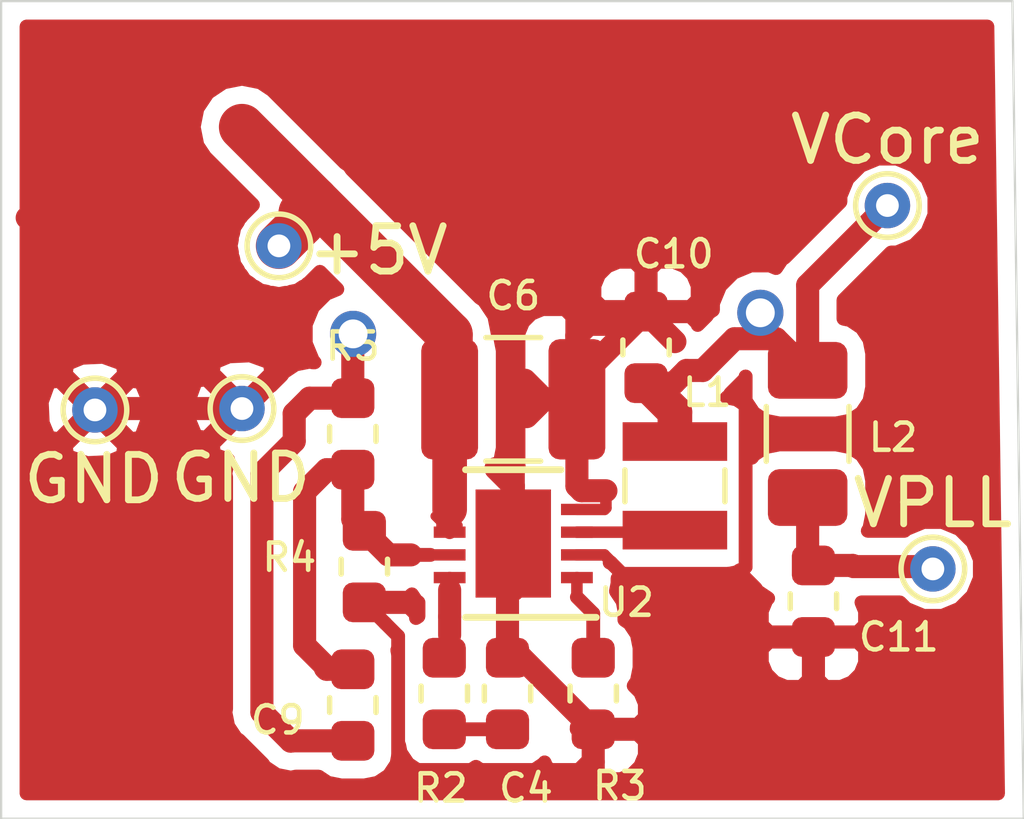
<source format=kicad_pcb>
(kicad_pcb (version 20171130) (host pcbnew 5.0.2-bee76a0~70~ubuntu18.04.1)

  (general
    (thickness 1.6)
    (drawings 4)
    (tracks 135)
    (zones 0)
    (modules 17)
    (nets 10)
  )

  (page A4)
  (layers
    (0 F.Cu signal)
    (1 In1.Cu signal hide)
    (2 In2.Cu signal hide)
    (31 B.Cu signal hide)
    (33 F.Adhes user hide)
    (35 F.Paste user hide)
    (37 F.SilkS user)
    (38 B.Mask user)
    (39 F.Mask user)
    (40 Dwgs.User user)
    (41 Cmts.User user)
    (42 Eco1.User user)
    (43 Eco2.User user)
    (44 Edge.Cuts user)
    (45 Margin user)
    (46 B.CrtYd user hide)
    (47 F.CrtYd user hide)
    (49 F.Fab user hide)
  )

  (setup
    (last_trace_width 0.508)
    (user_trace_width 0.1524)
    (user_trace_width 0.2032)
    (user_trace_width 0.254)
    (user_trace_width 0.3048)
    (user_trace_width 0.508)
    (user_trace_width 0.762)
    (user_trace_width 1.016)
    (user_trace_width 1.27)
    (trace_clearance 0.1524)
    (zone_clearance 0.381)
    (zone_45_only no)
    (trace_min 0.1524)
    (segment_width 0.2)
    (edge_width 0.05)
    (via_size 0.508)
    (via_drill 0.254)
    (via_min_size 0.508)
    (via_min_drill 0.254)
    (uvia_size 0.508)
    (uvia_drill 0.254)
    (uvias_allowed no)
    (uvia_min_size 0.2)
    (uvia_min_drill 0.1)
    (pcb_text_width 0.3)
    (pcb_text_size 1.5 1.5)
    (mod_edge_width 0.15)
    (mod_text_size 1 1)
    (mod_text_width 0.15)
    (pad_size 1.524 1.524)
    (pad_drill 0.762)
    (pad_to_mask_clearance 0.0508)
    (solder_mask_min_width 0.101)
    (aux_axis_origin 0 0)
    (visible_elements FFFDFF7F)
    (pcbplotparams
      (layerselection 0x010e8_ffffffff)
      (usegerberextensions false)
      (usegerberattributes false)
      (usegerberadvancedattributes false)
      (creategerberjobfile false)
      (excludeedgelayer true)
      (linewidth 0.100000)
      (plotframeref false)
      (viasonmask false)
      (mode 1)
      (useauxorigin false)
      (hpglpennumber 1)
      (hpglpenspeed 20)
      (hpglpendiameter 15.000000)
      (psnegative false)
      (psa4output false)
      (plotreference true)
      (plotvalue false)
      (plotinvisibletext false)
      (padsonsilk false)
      (subtractmaskfromsilk false)
      (outputformat 1)
      (mirror false)
      (drillshape 0)
      (scaleselection 1)
      (outputdirectory "/home/hugh/Dropbox/PSAS/PSAS_repos/newGPS/oresat-gps-hardware/MicroSemi_FPGA_Dev_Board/kicad_board_design/A3P250_Dev_Board/design_files/"))
  )

  (net 0 "")
  (net 1 GND)
  (net 2 "Net-(C4-Pad1)")
  (net 3 "Net-(C10-Pad1)")
  (net 4 "Net-(C9-Pad2)")
  (net 5 +5V)
  (net 6 "Net-(L1-Pad1)")
  (net 7 "Net-(C11-Pad1)")
  (net 8 "Net-(R2-Pad2)")
  (net 9 "Net-(R3-Pad2)")

  (net_class Default "This is the default net class."
    (clearance 0.1524)
    (trace_width 0.1524)
    (via_dia 0.508)
    (via_drill 0.254)
    (uvia_dia 0.508)
    (uvia_drill 0.254)
    (add_net +5V)
    (add_net GND)
    (add_net "Net-(C10-Pad1)")
    (add_net "Net-(C11-Pad1)")
    (add_net "Net-(C4-Pad1)")
    (add_net "Net-(C9-Pad2)")
    (add_net "Net-(L1-Pad1)")
    (add_net "Net-(R2-Pad2)")
    (add_net "Net-(R3-Pad2)")
  )

  (module TestPoint:TestPoint_THTPad_D1.0mm_Drill0.5mm (layer F.Cu) (tedit 5DD38F22) (tstamp 5DDD21E9)
    (at 78.0642 84.25)
    (descr "THT pad as test Point, diameter 1.0mm, hole diameter 0.5mm")
    (tags "test point THT pad")
    (path /5DC7725E/5DD257FC)
    (attr virtual)
    (fp_text reference GND (at -0.0254 1.524) (layer F.SilkS)
      (effects (font (size 1 1) (thickness 0.15)))
    )
    (fp_text value GND (at 0 1.55) (layer F.Fab)
      (effects (font (size 1 1) (thickness 0.15)))
    )
    (fp_circle (center 0 0) (end 0 0.7) (layer F.SilkS) (width 0.12))
    (fp_circle (center 0 0) (end 1 0) (layer F.CrtYd) (width 0.05))
    (fp_text user %R (at 0 -1.45) (layer F.Fab)
      (effects (font (size 1 1) (thickness 0.15)))
    )
    (pad 1 thru_hole circle (at 0 0) (size 1 1) (drill 0.5) (layers *.Cu *.Mask)
      (net 1 GND))
  )

  (module TestPoint:TestPoint_THTPad_D1.0mm_Drill0.5mm (layer F.Cu) (tedit 5DD8C6FA) (tstamp 5DDD1BDB)
    (at 95.5 79.75)
    (descr "THT pad as test Point, diameter 1.0mm, hole diameter 0.5mm")
    (tags "test point THT pad")
    (path /5DD3E74F)
    (attr virtual)
    (fp_text reference VCore (at 0 -1.448) (layer F.SilkS)
      (effects (font (size 1 1) (thickness 0.15)))
    )
    (fp_text value "1.5V Core" (at 0 1.55) (layer F.Fab)
      (effects (font (size 1 1) (thickness 0.15)))
    )
    (fp_text user %R (at 0 -1.45) (layer F.Fab)
      (effects (font (size 1 1) (thickness 0.15)))
    )
    (fp_circle (center 0 0) (end 1 0) (layer F.CrtYd) (width 0.05))
    (fp_circle (center 0 0) (end 0 0.7) (layer F.SilkS) (width 0.12))
    (pad 1 thru_hole circle (at 0 0) (size 1 1) (drill 0.5) (layers *.Cu *.Mask)
      (net 3 "Net-(C10-Pad1)"))
  )

  (module TestPoint:TestPoint_THTPad_D1.0mm_Drill0.5mm (layer F.Cu) (tedit 5DD8C6ED) (tstamp 5DDD1BE3)
    (at 96.5 87.75)
    (descr "THT pad as test Point, diameter 1.0mm, hole diameter 0.5mm")
    (tags "test point THT pad")
    (path /5DD451A3)
    (attr virtual)
    (fp_text reference VPLL (at 0 -1.448) (layer F.SilkS)
      (effects (font (size 1 1) (thickness 0.15)))
    )
    (fp_text value "1.5V PLL" (at 0 1.55) (layer F.Fab)
      (effects (font (size 1 1) (thickness 0.15)))
    )
    (fp_circle (center 0 0) (end 0 0.7) (layer F.SilkS) (width 0.12))
    (fp_circle (center 0 0) (end 1 0) (layer F.CrtYd) (width 0.05))
    (fp_text user %R (at 0 -1.45) (layer F.Fab)
      (effects (font (size 1 1) (thickness 0.15)))
    )
    (pad 1 thru_hole circle (at 0 0) (size 1 1) (drill 0.5) (layers *.Cu *.Mask)
      (net 7 "Net-(C11-Pad1)"))
  )

  (module Capacitor_SMD:C_0603_1608Metric (layer F.Cu) (tedit 5DD18DED) (tstamp 5DD59826)
    (at 87.141 90.493 90)
    (descr "Capacitor SMD 0603 (1608 Metric), square (rectangular) end terminal, IPC_7351 nominal, (Body size source: http://www.tortai-tech.com/upload/download/2011102023233369053.pdf), generated with kicad-footprint-generator")
    (tags capacitor)
    (path /5DCA757A)
    (attr smd)
    (fp_text reference C4 (at -2.0828 0.4064 180) (layer F.SilkS)
      (effects (font (size 0.6 0.6) (thickness 0.1)))
    )
    (fp_text value 680pF (at 0 1.43 90) (layer F.Fab)
      (effects (font (size 1 1) (thickness 0.15)))
    )
    (fp_line (start -0.8 0.4) (end -0.8 -0.4) (layer F.Fab) (width 0.1))
    (fp_line (start -0.8 -0.4) (end 0.8 -0.4) (layer F.Fab) (width 0.1))
    (fp_line (start 0.8 -0.4) (end 0.8 0.4) (layer F.Fab) (width 0.1))
    (fp_line (start 0.8 0.4) (end -0.8 0.4) (layer F.Fab) (width 0.1))
    (fp_line (start -0.162779 -0.51) (end 0.162779 -0.51) (layer F.SilkS) (width 0.12))
    (fp_line (start -0.162779 0.51) (end 0.162779 0.51) (layer F.SilkS) (width 0.12))
    (fp_line (start -1.48 0.73) (end -1.48 -0.73) (layer F.CrtYd) (width 0.05))
    (fp_line (start -1.48 -0.73) (end 1.48 -0.73) (layer F.CrtYd) (width 0.05))
    (fp_line (start 1.48 -0.73) (end 1.48 0.73) (layer F.CrtYd) (width 0.05))
    (fp_line (start 1.48 0.73) (end -1.48 0.73) (layer F.CrtYd) (width 0.05))
    (fp_text user %R (at 0 0 90) (layer F.Fab)
      (effects (font (size 0.4 0.4) (thickness 0.06)))
    )
    (pad 1 smd roundrect (at -0.7875 0 90) (size 0.875 0.95) (layers F.Cu F.Paste F.Mask) (roundrect_rratio 0.25)
      (net 2 "Net-(C4-Pad1)"))
    (pad 2 smd roundrect (at 0.7875 0 90) (size 0.875 0.95) (layers F.Cu F.Paste F.Mask) (roundrect_rratio 0.25)
      (net 1 GND))
    (model ${KISYS3DMOD}/Capacitor_SMD.3dshapes/C_0603_1608Metric.wrl
      (at (xyz 0 0 0))
      (scale (xyz 1 1 1))
      (rotate (xyz 0 0 0))
    )
  )

  (module Capacitor_SMD:C_0603_1608Metric (layer F.Cu) (tedit 5DD18D5B) (tstamp 5DD59837)
    (at 83.7374 90.747 90)
    (descr "Capacitor SMD 0603 (1608 Metric), square (rectangular) end terminal, IPC_7351 nominal, (Body size source: http://www.tortai-tech.com/upload/download/2011102023233369053.pdf), generated with kicad-footprint-generator")
    (tags capacitor)
    (path /5DCA3E29)
    (attr smd)
    (fp_text reference C9 (at -0.3302 -1.651 180) (layer F.SilkS)
      (effects (font (size 0.6 0.6) (thickness 0.1)))
    )
    (fp_text value 22pF (at 0 1.43 90) (layer F.Fab)
      (effects (font (size 1 1) (thickness 0.15)))
    )
    (fp_text user %R (at 0 0 90) (layer F.Fab)
      (effects (font (size 0.4 0.4) (thickness 0.06)))
    )
    (fp_line (start 1.48 0.73) (end -1.48 0.73) (layer F.CrtYd) (width 0.05))
    (fp_line (start 1.48 -0.73) (end 1.48 0.73) (layer F.CrtYd) (width 0.05))
    (fp_line (start -1.48 -0.73) (end 1.48 -0.73) (layer F.CrtYd) (width 0.05))
    (fp_line (start -1.48 0.73) (end -1.48 -0.73) (layer F.CrtYd) (width 0.05))
    (fp_line (start -0.162779 0.51) (end 0.162779 0.51) (layer F.SilkS) (width 0.12))
    (fp_line (start -0.162779 -0.51) (end 0.162779 -0.51) (layer F.SilkS) (width 0.12))
    (fp_line (start 0.8 0.4) (end -0.8 0.4) (layer F.Fab) (width 0.1))
    (fp_line (start 0.8 -0.4) (end 0.8 0.4) (layer F.Fab) (width 0.1))
    (fp_line (start -0.8 -0.4) (end 0.8 -0.4) (layer F.Fab) (width 0.1))
    (fp_line (start -0.8 0.4) (end -0.8 -0.4) (layer F.Fab) (width 0.1))
    (pad 2 smd roundrect (at 0.7875 0 90) (size 0.875 0.95) (layers F.Cu F.Paste F.Mask) (roundrect_rratio 0.25)
      (net 4 "Net-(C9-Pad2)"))
    (pad 1 smd roundrect (at -0.7875 0 90) (size 0.875 0.95) (layers F.Cu F.Paste F.Mask) (roundrect_rratio 0.25)
      (net 3 "Net-(C10-Pad1)"))
    (model ${KISYS3DMOD}/Capacitor_SMD.3dshapes/C_0603_1608Metric.wrl
      (at (xyz 0 0 0))
      (scale (xyz 1 1 1))
      (rotate (xyz 0 0 0))
    )
  )

  (module Inductor_SMD:L_Wuerth_MAPI-2512 (layer F.Cu) (tedit 5DD18DD3) (tstamp 5DD59936)
    (at 90.824 85.921 90)
    (descr "Inductor, Wuerth Elektronik, Wuerth_MAPI-2512, 2.5mmx2.0mm")
    (tags "inductor Wuerth smd")
    (path /5DCA3C29)
    (attr smd)
    (fp_text reference L1 (at 2.0574 0.7112 180) (layer F.SilkS)
      (effects (font (size 0.6 0.6) (thickness 0.1)))
    )
    (fp_text value 2.2uH (at 0 2.65 90) (layer F.Fab)
      (effects (font (size 1 1) (thickness 0.15)))
    )
    (fp_line (start -0.35 1.1) (end 0.35 1.1) (layer F.SilkS) (width 0.12))
    (fp_line (start -0.35 -1.1) (end 0.35 -1.1) (layer F.SilkS) (width 0.12))
    (fp_line (start 1.75 -1.5) (end -1.75 -1.5) (layer F.CrtYd) (width 0.05))
    (fp_line (start 1.75 1.5) (end 1.75 -1.5) (layer F.CrtYd) (width 0.05))
    (fp_line (start -1.75 1.5) (end 1.75 1.5) (layer F.CrtYd) (width 0.05))
    (fp_line (start -1.75 -1.5) (end -1.75 1.5) (layer F.CrtYd) (width 0.05))
    (fp_line (start 1.25 -1) (end -1.25 -1) (layer F.Fab) (width 0.1))
    (fp_line (start 1.25 1) (end 1.25 -1) (layer F.Fab) (width 0.1))
    (fp_line (start -1.25 1) (end 1.25 1) (layer F.Fab) (width 0.1))
    (fp_line (start -1.25 -1) (end -1.25 1) (layer F.Fab) (width 0.1))
    (fp_text user %R (at 0 0 90) (layer F.Fab)
      (effects (font (size 0.6 0.6) (thickness 0.09)))
    )
    (pad 2 smd rect (at 0.975 0 90) (size 0.85 2.3) (layers F.Cu F.Paste F.Mask)
      (net 3 "Net-(C10-Pad1)"))
    (pad 1 smd rect (at -0.975 0 90) (size 0.85 2.3) (layers F.Cu F.Paste F.Mask)
      (net 6 "Net-(L1-Pad1)"))
    (model ${KISYS3DMOD}/Inductor_SMD.3dshapes/L_Wuerth_MAPI-2512.wrl
      (at (xyz 0 0 0))
      (scale (xyz 1 1 1))
      (rotate (xyz 0 0 0))
    )
  )

  (module Inductor_SMD:L_1206_3216Metric (layer F.Cu) (tedit 5DD18DC6) (tstamp 5DD59947)
    (at 93.745 84.778 270)
    (descr "Inductor SMD 1206 (3216 Metric), square (rectangular) end terminal, IPC_7351 nominal, (Body size source: http://www.tortai-tech.com/upload/download/2011102023233369053.pdf), generated with kicad-footprint-generator")
    (tags inductor)
    (path /5DCAAFDF)
    (attr smd)
    (fp_text reference L2 (at 0.0762 -1.8796) (layer F.SilkS)
      (effects (font (size 0.6 0.6) (thickness 0.1)))
    )
    (fp_text value 6.8uH (at 0 1.82 270) (layer F.Fab)
      (effects (font (size 1 1) (thickness 0.15)))
    )
    (fp_text user %R (at 0 0 270) (layer F.Fab)
      (effects (font (size 0.8 0.8) (thickness 0.12)))
    )
    (fp_line (start 2.28 1.12) (end -2.28 1.12) (layer F.CrtYd) (width 0.05))
    (fp_line (start 2.28 -1.12) (end 2.28 1.12) (layer F.CrtYd) (width 0.05))
    (fp_line (start -2.28 -1.12) (end 2.28 -1.12) (layer F.CrtYd) (width 0.05))
    (fp_line (start -2.28 1.12) (end -2.28 -1.12) (layer F.CrtYd) (width 0.05))
    (fp_line (start -0.602064 0.91) (end 0.602064 0.91) (layer F.SilkS) (width 0.12))
    (fp_line (start -0.602064 -0.91) (end 0.602064 -0.91) (layer F.SilkS) (width 0.12))
    (fp_line (start 1.6 0.8) (end -1.6 0.8) (layer F.Fab) (width 0.1))
    (fp_line (start 1.6 -0.8) (end 1.6 0.8) (layer F.Fab) (width 0.1))
    (fp_line (start -1.6 -0.8) (end 1.6 -0.8) (layer F.Fab) (width 0.1))
    (fp_line (start -1.6 0.8) (end -1.6 -0.8) (layer F.Fab) (width 0.1))
    (pad 2 smd roundrect (at 1.4 0 270) (size 1.25 1.75) (layers F.Cu F.Paste F.Mask) (roundrect_rratio 0.2)
      (net 7 "Net-(C11-Pad1)"))
    (pad 1 smd roundrect (at -1.4 0 270) (size 1.25 1.75) (layers F.Cu F.Paste F.Mask) (roundrect_rratio 0.2)
      (net 3 "Net-(C10-Pad1)"))
    (model ${KISYS3DMOD}/Inductor_SMD.3dshapes/L_1206_3216Metric.wrl
      (at (xyz 0 0 0))
      (scale (xyz 1 1 1))
      (rotate (xyz 0 0 0))
    )
  )

  (module Resistor_SMD:R_0603_1608Metric (layer F.Cu) (tedit 5DD18DE5) (tstamp 5DD59969)
    (at 85.75 90.493 90)
    (descr "Resistor SMD 0603 (1608 Metric), square (rectangular) end terminal, IPC_7351 nominal, (Body size source: http://www.tortai-tech.com/upload/download/2011102023233369053.pdf), generated with kicad-footprint-generator")
    (tags resistor)
    (path /5DCA7506)
    (attr smd)
    (fp_text reference R2 (at -2.0828 -0.0762 180) (layer F.SilkS)
      (effects (font (size 0.6 0.6) (thickness 0.1)))
    )
    (fp_text value 16.9K (at 0 1.43 90) (layer F.Fab)
      (effects (font (size 1 1) (thickness 0.15)))
    )
    (fp_line (start -0.8 0.4) (end -0.8 -0.4) (layer F.Fab) (width 0.1))
    (fp_line (start -0.8 -0.4) (end 0.8 -0.4) (layer F.Fab) (width 0.1))
    (fp_line (start 0.8 -0.4) (end 0.8 0.4) (layer F.Fab) (width 0.1))
    (fp_line (start 0.8 0.4) (end -0.8 0.4) (layer F.Fab) (width 0.1))
    (fp_line (start -0.162779 -0.51) (end 0.162779 -0.51) (layer F.SilkS) (width 0.12))
    (fp_line (start -0.162779 0.51) (end 0.162779 0.51) (layer F.SilkS) (width 0.12))
    (fp_line (start -1.48 0.73) (end -1.48 -0.73) (layer F.CrtYd) (width 0.05))
    (fp_line (start -1.48 -0.73) (end 1.48 -0.73) (layer F.CrtYd) (width 0.05))
    (fp_line (start 1.48 -0.73) (end 1.48 0.73) (layer F.CrtYd) (width 0.05))
    (fp_line (start 1.48 0.73) (end -1.48 0.73) (layer F.CrtYd) (width 0.05))
    (fp_text user %R (at 0 0 90) (layer F.Fab)
      (effects (font (size 0.4 0.4) (thickness 0.06)))
    )
    (pad 1 smd roundrect (at -0.7875 0 90) (size 0.875 0.95) (layers F.Cu F.Paste F.Mask) (roundrect_rratio 0.25)
      (net 2 "Net-(C4-Pad1)"))
    (pad 2 smd roundrect (at 0.7875 0 90) (size 0.875 0.95) (layers F.Cu F.Paste F.Mask) (roundrect_rratio 0.25)
      (net 8 "Net-(R2-Pad2)"))
    (model ${KISYS3DMOD}/Resistor_SMD.3dshapes/R_0603_1608Metric.wrl
      (at (xyz 0 0 0))
      (scale (xyz 1 1 1))
      (rotate (xyz 0 0 0))
    )
  )

  (module Resistor_SMD:R_0603_1608Metric (layer F.Cu) (tedit 5DD18DF6) (tstamp 5DD5997A)
    (at 89.027 90.493 90)
    (descr "Resistor SMD 0603 (1608 Metric), square (rectangular) end terminal, IPC_7351 nominal, (Body size source: http://www.tortai-tech.com/upload/download/2011102023233369053.pdf), generated with kicad-footprint-generator")
    (tags resistor)
    (path /5DCA6B08)
    (attr smd)
    (fp_text reference R3 (at -2.032 0.5842 180) (layer F.SilkS)
      (effects (font (size 0.6 0.6) (thickness 0.1)))
    )
    (fp_text value 549K (at 0 1.43 90) (layer F.Fab)
      (effects (font (size 1 1) (thickness 0.15)))
    )
    (fp_text user %R (at 0 0 90) (layer F.Fab)
      (effects (font (size 0.4 0.4) (thickness 0.06)))
    )
    (fp_line (start 1.48 0.73) (end -1.48 0.73) (layer F.CrtYd) (width 0.05))
    (fp_line (start 1.48 -0.73) (end 1.48 0.73) (layer F.CrtYd) (width 0.05))
    (fp_line (start -1.48 -0.73) (end 1.48 -0.73) (layer F.CrtYd) (width 0.05))
    (fp_line (start -1.48 0.73) (end -1.48 -0.73) (layer F.CrtYd) (width 0.05))
    (fp_line (start -0.162779 0.51) (end 0.162779 0.51) (layer F.SilkS) (width 0.12))
    (fp_line (start -0.162779 -0.51) (end 0.162779 -0.51) (layer F.SilkS) (width 0.12))
    (fp_line (start 0.8 0.4) (end -0.8 0.4) (layer F.Fab) (width 0.1))
    (fp_line (start 0.8 -0.4) (end 0.8 0.4) (layer F.Fab) (width 0.1))
    (fp_line (start -0.8 -0.4) (end 0.8 -0.4) (layer F.Fab) (width 0.1))
    (fp_line (start -0.8 0.4) (end -0.8 -0.4) (layer F.Fab) (width 0.1))
    (pad 2 smd roundrect (at 0.7875 0 90) (size 0.875 0.95) (layers F.Cu F.Paste F.Mask) (roundrect_rratio 0.25)
      (net 9 "Net-(R3-Pad2)"))
    (pad 1 smd roundrect (at -0.7875 0 90) (size 0.875 0.95) (layers F.Cu F.Paste F.Mask) (roundrect_rratio 0.25)
      (net 1 GND))
    (model ${KISYS3DMOD}/Resistor_SMD.3dshapes/R_0603_1608Metric.wrl
      (at (xyz 0 0 0))
      (scale (xyz 1 1 1))
      (rotate (xyz 0 0 0))
    )
  )

  (module Resistor_SMD:R_0603_1608Metric (layer F.Cu) (tedit 5DD18D69) (tstamp 5DD5998B)
    (at 83.9914 87.699 90)
    (descr "Resistor SMD 0603 (1608 Metric), square (rectangular) end terminal, IPC_7351 nominal, (Body size source: http://www.tortai-tech.com/upload/download/2011102023233369053.pdf), generated with kicad-footprint-generator")
    (tags resistor)
    (path /5DCA4525)
    (attr smd)
    (fp_text reference R4 (at 0.2032 -1.651 180) (layer F.SilkS)
      (effects (font (size 0.6 0.6) (thickness 0.1)))
    )
    (fp_text value 287K (at 0 1.43 90) (layer F.Fab)
      (effects (font (size 1 1) (thickness 0.15)))
    )
    (fp_line (start -0.8 0.4) (end -0.8 -0.4) (layer F.Fab) (width 0.1))
    (fp_line (start -0.8 -0.4) (end 0.8 -0.4) (layer F.Fab) (width 0.1))
    (fp_line (start 0.8 -0.4) (end 0.8 0.4) (layer F.Fab) (width 0.1))
    (fp_line (start 0.8 0.4) (end -0.8 0.4) (layer F.Fab) (width 0.1))
    (fp_line (start -0.162779 -0.51) (end 0.162779 -0.51) (layer F.SilkS) (width 0.12))
    (fp_line (start -0.162779 0.51) (end 0.162779 0.51) (layer F.SilkS) (width 0.12))
    (fp_line (start -1.48 0.73) (end -1.48 -0.73) (layer F.CrtYd) (width 0.05))
    (fp_line (start -1.48 -0.73) (end 1.48 -0.73) (layer F.CrtYd) (width 0.05))
    (fp_line (start 1.48 -0.73) (end 1.48 0.73) (layer F.CrtYd) (width 0.05))
    (fp_line (start 1.48 0.73) (end -1.48 0.73) (layer F.CrtYd) (width 0.05))
    (fp_text user %R (at 0 0 90) (layer F.Fab)
      (effects (font (size 0.4 0.4) (thickness 0.06)))
    )
    (pad 1 smd roundrect (at -0.7875 0 90) (size 0.875 0.95) (layers F.Cu F.Paste F.Mask) (roundrect_rratio 0.25)
      (net 1 GND))
    (pad 2 smd roundrect (at 0.7875 0 90) (size 0.875 0.95) (layers F.Cu F.Paste F.Mask) (roundrect_rratio 0.25)
      (net 4 "Net-(C9-Pad2)"))
    (model ${KISYS3DMOD}/Resistor_SMD.3dshapes/R_0603_1608Metric.wrl
      (at (xyz 0 0 0))
      (scale (xyz 1 1 1))
      (rotate (xyz 0 0 0))
    )
  )

  (module Resistor_SMD:R_0603_1608Metric (layer F.Cu) (tedit 5DD18D7F) (tstamp 5DD5999C)
    (at 83.7374 84.778 270)
    (descr "Resistor SMD 0603 (1608 Metric), square (rectangular) end terminal, IPC_7351 nominal, (Body size source: http://www.tortai-tech.com/upload/download/2011102023233369053.pdf), generated with kicad-footprint-generator")
    (tags resistor)
    (path /5DCA3D26)
    (attr smd)
    (fp_text reference R5 (at -1.9304 0) (layer F.SilkS)
      (effects (font (size 0.6 0.6) (thickness 0.1)))
    )
    (fp_text value 249K (at 0 1.43 270) (layer F.Fab)
      (effects (font (size 1 1) (thickness 0.15)))
    )
    (fp_text user %R (at 0 0 270) (layer F.Fab)
      (effects (font (size 0.4 0.4) (thickness 0.06)))
    )
    (fp_line (start 1.48 0.73) (end -1.48 0.73) (layer F.CrtYd) (width 0.05))
    (fp_line (start 1.48 -0.73) (end 1.48 0.73) (layer F.CrtYd) (width 0.05))
    (fp_line (start -1.48 -0.73) (end 1.48 -0.73) (layer F.CrtYd) (width 0.05))
    (fp_line (start -1.48 0.73) (end -1.48 -0.73) (layer F.CrtYd) (width 0.05))
    (fp_line (start -0.162779 0.51) (end 0.162779 0.51) (layer F.SilkS) (width 0.12))
    (fp_line (start -0.162779 -0.51) (end 0.162779 -0.51) (layer F.SilkS) (width 0.12))
    (fp_line (start 0.8 0.4) (end -0.8 0.4) (layer F.Fab) (width 0.1))
    (fp_line (start 0.8 -0.4) (end 0.8 0.4) (layer F.Fab) (width 0.1))
    (fp_line (start -0.8 -0.4) (end 0.8 -0.4) (layer F.Fab) (width 0.1))
    (fp_line (start -0.8 0.4) (end -0.8 -0.4) (layer F.Fab) (width 0.1))
    (pad 2 smd roundrect (at 0.7875 0 270) (size 0.875 0.95) (layers F.Cu F.Paste F.Mask) (roundrect_rratio 0.25)
      (net 4 "Net-(C9-Pad2)"))
    (pad 1 smd roundrect (at -0.7875 0 270) (size 0.875 0.95) (layers F.Cu F.Paste F.Mask) (roundrect_rratio 0.25)
      (net 3 "Net-(C10-Pad1)"))
    (model ${KISYS3DMOD}/Resistor_SMD.3dshapes/R_0603_1608Metric.wrl
      (at (xyz 0 0 0))
      (scale (xyz 1 1 1))
      (rotate (xyz 0 0 0))
    )
  )

  (module Package_DFN_QFN:DFN-8-1EP_3x3mm_P0.5mm_EP1.66x2.38mm (layer F.Cu) (tedit 5DD18DDC) (tstamp 5DD599CA)
    (at 87.268 87.191 180)
    (descr "DD Package; 8-Lead Plastic DFN (3mm x 3mm) (see Linear Technology DFN_8_05-08-1698.pdf)")
    (tags "DFN 0.5")
    (path /5DEADE9F)
    (attr smd)
    (fp_text reference U2 (at -2.4892 -1.2954 180) (layer F.SilkS)
      (effects (font (size 0.6 0.6) (thickness 0.1)))
    )
    (fp_text value LTC3561A (at 0 2.55 180) (layer F.Fab)
      (effects (font (size 1 1) (thickness 0.15)))
    )
    (fp_line (start -1.825 -1.625) (end 1.05 -1.625) (layer F.SilkS) (width 0.15))
    (fp_line (start -1.05 1.625) (end 1.05 1.625) (layer F.SilkS) (width 0.15))
    (fp_line (start -2 1.8) (end 2 1.8) (layer F.CrtYd) (width 0.05))
    (fp_line (start -2 -1.8) (end 2 -1.8) (layer F.CrtYd) (width 0.05))
    (fp_line (start 2 -1.8) (end 2 1.8) (layer F.CrtYd) (width 0.05))
    (fp_line (start -2 -1.8) (end -2 1.8) (layer F.CrtYd) (width 0.05))
    (fp_line (start -1.5 -0.5) (end -0.5 -1.5) (layer F.Fab) (width 0.15))
    (fp_line (start -1.5 1.5) (end -1.5 -0.5) (layer F.Fab) (width 0.15))
    (fp_line (start 1.5 1.5) (end -1.5 1.5) (layer F.Fab) (width 0.15))
    (fp_line (start 1.5 -1.5) (end 1.5 1.5) (layer F.Fab) (width 0.15))
    (fp_line (start -0.5 -1.5) (end 1.5 -1.5) (layer F.Fab) (width 0.15))
    (fp_text user %R (at 0 0 180) (layer F.Fab)
      (effects (font (size 0.7 0.7) (thickness 0.105)))
    )
    (pad "" smd rect (at -0.415 -0.595 180) (size 0.64 1) (layers F.Paste))
    (pad "" smd rect (at 0.415 -0.595 180) (size 0.64 1) (layers F.Paste))
    (pad "" smd rect (at -0.415 0.595 180) (size 0.64 1) (layers F.Paste))
    (pad 9 smd rect (at 0 0 180) (size 1.66 2.38) (layers F.Cu F.Mask)
      (net 1 GND))
    (pad "" smd rect (at 0.415 0.595 180) (size 0.64 1) (layers F.Paste))
    (pad 8 smd rect (at 1.4 -0.75 180) (size 0.7 0.25) (layers F.Cu F.Paste F.Mask)
      (net 8 "Net-(R2-Pad2)"))
    (pad 7 smd rect (at 1.4 -0.25 180) (size 0.7 0.25) (layers F.Cu F.Paste F.Mask)
      (net 4 "Net-(C9-Pad2)"))
    (pad 6 smd rect (at 1.4 0.25 180) (size 0.7 0.25) (layers F.Cu F.Paste F.Mask)
      (net 5 +5V))
    (pad 5 smd rect (at 1.4 0.75 180) (size 0.7 0.25) (layers F.Cu F.Paste F.Mask)
      (net 5 +5V))
    (pad 4 smd rect (at -1.4 0.75 180) (size 0.7 0.25) (layers F.Cu F.Paste F.Mask)
      (net 1 GND))
    (pad 3 smd rect (at -1.4 0.25 180) (size 0.7 0.25) (layers F.Cu F.Paste F.Mask)
      (net 6 "Net-(L1-Pad1)"))
    (pad 2 smd rect (at -1.4 -0.25 180) (size 0.7 0.25) (layers F.Cu F.Paste F.Mask)
      (net 1 GND))
    (pad 1 smd rect (at -1.4 -0.75 180) (size 0.7 0.25) (layers F.Cu F.Paste F.Mask)
      (net 9 "Net-(R3-Pad2)"))
    (model ${KISYS3DMOD}/Package_DFN_QFN.3dshapes/DFN-8-1EP_3x3mm_P0.5mm_EP1.66x2.38mm.wrl
      (at (xyz 0 0 0))
      (scale (xyz 1 1 1))
      (rotate (xyz 0 0 0))
    )
  )

  (module Capacitor_SMD:C_1210_3225Metric (layer F.Cu) (tedit 5DD18DB4) (tstamp 5DC926C6)
    (at 87.268 84.016)
    (descr "Capacitor SMD 1210 (3225 Metric), square (rectangular) end terminal, IPC_7351 nominal, (Body size source: http://www.tortai-tech.com/upload/download/2011102023233369053.pdf), generated with kicad-footprint-generator")
    (tags capacitor)
    (path /5DCA3837)
    (attr smd)
    (fp_text reference C6 (at 0 -2.28) (layer F.SilkS)
      (effects (font (size 0.6 0.6) (thickness 0.1)))
    )
    (fp_text value 22uF (at 0 -3.81) (layer F.Fab)
      (effects (font (size 1 1) (thickness 0.15)))
    )
    (fp_text user %R (at 0 0) (layer F.Fab)
      (effects (font (size 0.8 0.8) (thickness 0.12)))
    )
    (fp_line (start 2.28 1.58) (end -2.28 1.58) (layer F.CrtYd) (width 0.05))
    (fp_line (start 2.28 -1.58) (end 2.28 1.58) (layer F.CrtYd) (width 0.05))
    (fp_line (start -2.28 -1.58) (end 2.28 -1.58) (layer F.CrtYd) (width 0.05))
    (fp_line (start -2.28 1.58) (end -2.28 -1.58) (layer F.CrtYd) (width 0.05))
    (fp_line (start -0.602064 1.36) (end 0.602064 1.36) (layer F.SilkS) (width 0.12))
    (fp_line (start -0.602064 -1.36) (end 0.602064 -1.36) (layer F.SilkS) (width 0.12))
    (fp_line (start 1.6 1.25) (end -1.6 1.25) (layer F.Fab) (width 0.1))
    (fp_line (start 1.6 -1.25) (end 1.6 1.25) (layer F.Fab) (width 0.1))
    (fp_line (start -1.6 -1.25) (end 1.6 -1.25) (layer F.Fab) (width 0.1))
    (fp_line (start -1.6 1.25) (end -1.6 -1.25) (layer F.Fab) (width 0.1))
    (pad 2 smd roundrect (at 1.4 0) (size 1.25 2.65) (layers F.Cu F.Paste F.Mask) (roundrect_rratio 0.2)
      (net 1 GND))
    (pad 1 smd roundrect (at -1.4 0) (size 1.25 2.65) (layers F.Cu F.Paste F.Mask) (roundrect_rratio 0.2)
      (net 5 +5V))
    (model ${KISYS3DMOD}/Capacitor_SMD.3dshapes/C_1210_3225Metric.wrl
      (at (xyz 0 0 0))
      (scale (xyz 1 1 1))
      (rotate (xyz 0 0 0))
    )
  )

  (module Capacitor_SMD:C_0603_1608Metric (layer F.Cu) (tedit 5DD18DBD) (tstamp 5DC926F9)
    (at 90.189 82.873 90)
    (descr "Capacitor SMD 0603 (1608 Metric), square (rectangular) end terminal, IPC_7351 nominal, (Body size source: http://www.tortai-tech.com/upload/download/2011102023233369053.pdf), generated with kicad-footprint-generator")
    (tags capacitor)
    (path /5DCA3B25)
    (attr smd)
    (fp_text reference C10 (at 2.0574 0.6096 180) (layer F.SilkS)
      (effects (font (size 0.6 0.6) (thickness 0.1)))
    )
    (fp_text value 10uF (at 0 1.43 90) (layer F.Fab)
      (effects (font (size 1 1) (thickness 0.15)))
    )
    (fp_text user %R (at 0 0 90) (layer F.Fab)
      (effects (font (size 0.4 0.4) (thickness 0.06)))
    )
    (fp_line (start 1.48 0.73) (end -1.48 0.73) (layer F.CrtYd) (width 0.05))
    (fp_line (start 1.48 -0.73) (end 1.48 0.73) (layer F.CrtYd) (width 0.05))
    (fp_line (start -1.48 -0.73) (end 1.48 -0.73) (layer F.CrtYd) (width 0.05))
    (fp_line (start -1.48 0.73) (end -1.48 -0.73) (layer F.CrtYd) (width 0.05))
    (fp_line (start -0.162779 0.51) (end 0.162779 0.51) (layer F.SilkS) (width 0.12))
    (fp_line (start -0.162779 -0.51) (end 0.162779 -0.51) (layer F.SilkS) (width 0.12))
    (fp_line (start 0.8 0.4) (end -0.8 0.4) (layer F.Fab) (width 0.1))
    (fp_line (start 0.8 -0.4) (end 0.8 0.4) (layer F.Fab) (width 0.1))
    (fp_line (start -0.8 -0.4) (end 0.8 -0.4) (layer F.Fab) (width 0.1))
    (fp_line (start -0.8 0.4) (end -0.8 -0.4) (layer F.Fab) (width 0.1))
    (pad 2 smd roundrect (at 0.7875 0 90) (size 0.875 0.95) (layers F.Cu F.Paste F.Mask) (roundrect_rratio 0.25)
      (net 1 GND))
    (pad 1 smd roundrect (at -0.7875 0 90) (size 0.875 0.95) (layers F.Cu F.Paste F.Mask) (roundrect_rratio 0.25)
      (net 3 "Net-(C10-Pad1)"))
    (model ${KISYS3DMOD}/Capacitor_SMD.3dshapes/C_0603_1608Metric.wrl
      (at (xyz 0 0 0))
      (scale (xyz 1 1 1))
      (rotate (xyz 0 0 0))
    )
  )

  (module Capacitor_SMD:C_0603_1608Metric (layer F.Cu) (tedit 5DD18E00) (tstamp 5DC9270A)
    (at 93.872 88.461 270)
    (descr "Capacitor SMD 0603 (1608 Metric), square (rectangular) end terminal, IPC_7351 nominal, (Body size source: http://www.tortai-tech.com/upload/download/2011102023233369053.pdf), generated with kicad-footprint-generator")
    (tags capacitor)
    (path /5DD60577)
    (attr smd)
    (fp_text reference C11 (at 0.789 -1.878) (layer F.SilkS)
      (effects (font (size 0.6 0.6) (thickness 0.1)))
    )
    (fp_text value 10uF (at 0 1.43 270) (layer F.Fab)
      (effects (font (size 1 1) (thickness 0.15)))
    )
    (fp_line (start -0.8 0.4) (end -0.8 -0.4) (layer F.Fab) (width 0.1))
    (fp_line (start -0.8 -0.4) (end 0.8 -0.4) (layer F.Fab) (width 0.1))
    (fp_line (start 0.8 -0.4) (end 0.8 0.4) (layer F.Fab) (width 0.1))
    (fp_line (start 0.8 0.4) (end -0.8 0.4) (layer F.Fab) (width 0.1))
    (fp_line (start -0.162779 -0.51) (end 0.162779 -0.51) (layer F.SilkS) (width 0.12))
    (fp_line (start -0.162779 0.51) (end 0.162779 0.51) (layer F.SilkS) (width 0.12))
    (fp_line (start -1.48 0.73) (end -1.48 -0.73) (layer F.CrtYd) (width 0.05))
    (fp_line (start -1.48 -0.73) (end 1.48 -0.73) (layer F.CrtYd) (width 0.05))
    (fp_line (start 1.48 -0.73) (end 1.48 0.73) (layer F.CrtYd) (width 0.05))
    (fp_line (start 1.48 0.73) (end -1.48 0.73) (layer F.CrtYd) (width 0.05))
    (fp_text user %R (at 0 0 270) (layer F.Fab)
      (effects (font (size 0.4 0.4) (thickness 0.06)))
    )
    (pad 1 smd roundrect (at -0.7875 0 270) (size 0.875 0.95) (layers F.Cu F.Paste F.Mask) (roundrect_rratio 0.25)
      (net 7 "Net-(C11-Pad1)"))
    (pad 2 smd roundrect (at 0.7875 0 270) (size 0.875 0.95) (layers F.Cu F.Paste F.Mask) (roundrect_rratio 0.25)
      (net 1 GND))
    (model ${KISYS3DMOD}/Capacitor_SMD.3dshapes/C_0603_1608Metric.wrl
      (at (xyz 0 0 0))
      (scale (xyz 1 1 1))
      (rotate (xyz 0 0 0))
    )
  )

  (module TestPoint:TestPoint_THTPad_D1.0mm_Drill0.5mm (layer F.Cu) (tedit 5DD38F5B) (tstamp 5DDE5315)
    (at 82.1118 80.6378)
    (descr "THT pad as test Point, diameter 1.0mm, hole diameter 0.5mm")
    (tags "test point THT pad")
    (path /5DC7725E/5DD255AD)
    (attr virtual)
    (fp_text reference +5V (at 2.1844 0.1016) (layer F.SilkS)
      (effects (font (size 1 1) (thickness 0.15)))
    )
    (fp_text value +5V (at 0 1.55) (layer F.Fab)
      (effects (font (size 1 1) (thickness 0.15)))
    )
    (fp_circle (center 0 0) (end 0 0.7) (layer F.SilkS) (width 0.12))
    (fp_circle (center 0 0) (end 1 0) (layer F.CrtYd) (width 0.05))
    (fp_text user %R (at 0 -1.45) (layer F.Fab)
      (effects (font (size 1 1) (thickness 0.15)))
    )
    (pad 1 thru_hole circle (at 0 0) (size 1 1) (drill 0.5) (layers *.Cu *.Mask)
      (net 5 +5V))
  )

  (module TestPoint:TestPoint_THTPad_D1.0mm_Drill0.5mm (layer F.Cu) (tedit 5DD38F22) (tstamp 5DDE531D)
    (at 81.299 84.2192)
    (descr "THT pad as test Point, diameter 1.0mm, hole diameter 0.5mm")
    (tags "test point THT pad")
    (path /5DC7725E/5DD257FC)
    (attr virtual)
    (fp_text reference GND (at -0.0254 1.524) (layer F.SilkS)
      (effects (font (size 1 1) (thickness 0.15)))
    )
    (fp_text value GND (at 0 1.55) (layer F.Fab)
      (effects (font (size 1 1) (thickness 0.15)))
    )
    (fp_text user %R (at 0 -1.45) (layer F.Fab)
      (effects (font (size 1 1) (thickness 0.15)))
    )
    (fp_circle (center 0 0) (end 1 0) (layer F.CrtYd) (width 0.05))
    (fp_circle (center 0 0) (end 0 0.7) (layer F.SilkS) (width 0.12))
    (pad 1 thru_hole circle (at 0 0) (size 1 1) (drill 0.5) (layers *.Cu *.Mask)
      (net 1 GND))
  )

  (gr_line (start 98.25 75.25) (end 76 75.25) (layer Edge.Cuts) (width 0.05))
  (gr_line (start 98.5 93.25) (end 98.25 75.25) (layer Edge.Cuts) (width 0.05))
  (gr_line (start 76 93.25) (end 98.5 93.25) (layer Edge.Cuts) (width 0.05))
  (gr_line (start 76 75.25) (end 76 93.25) (layer Edge.Cuts) (width 0.05))

  (segment (start 87.943 84.016) (end 87.522 83.595) (width 0.508) (layer F.Cu) (net 1))
  (segment (start 88.668 84.016) (end 87.943 84.016) (width 0.508) (layer F.Cu) (net 1))
  (segment (start 87.943 84.016) (end 87.562 84.397) (width 0.508) (layer F.Cu) (net 1))
  (segment (start 88.668 83.6065) (end 90.189 82.0855) (width 0.508) (layer F.Cu) (net 1))
  (segment (start 88.668 84.016) (end 88.668 83.6065) (width 0.508) (layer F.Cu) (net 1))
  (segment (start 87.268 85.921) (end 86.887 85.54) (width 0.508) (layer F.Cu) (net 1))
  (segment (start 87.268 87.191) (end 87.268 85.921) (width 0.508) (layer F.Cu) (net 1))
  (segment (start 87.268 87.191) (end 87.268 88.207) (width 0.508) (layer F.Cu) (net 1))
  (segment (start 90.189 82.0855) (end 89.1985 82.0855) (width 0.508) (layer F.Cu) (net 1))
  (segment (start 89.1985 82.0855) (end 89.173 82.111) (width 0.508) (layer F.Cu) (net 1))
  (segment (start 88.668 82.616) (end 89.173 82.111) (width 0.508) (layer F.Cu) (net 1))
  (segment (start 88.668 84.016) (end 88.668 82.616) (width 0.508) (layer F.Cu) (net 1))
  (segment (start 90.189 82.0855) (end 90.189 82.111) (width 0.508) (layer F.Cu) (net 1))
  (segment (start 90.189 82.111) (end 90.824 82.746) (width 0.508) (layer F.Cu) (net 1))
  (segment (start 88.668 82.591) (end 88.894 82.365) (width 0.508) (layer F.Cu) (net 1))
  (segment (start 88.894 82.365) (end 89.554 82.365) (width 0.508) (layer F.Cu) (net 1))
  (segment (start 88.668 84.016) (end 88.668 82.591) (width 0.508) (layer F.Cu) (net 1))
  (segment (start 88.665 91.2805) (end 88.665 91.2295) (width 0.3048) (layer F.Cu) (net 1))
  (segment (start 88.665 91.2805) (end 88.8935 91.2805) (width 0.3048) (layer F.Cu) (net 1))
  (segment (start 77.87 80.02) (end 79.081 80.02) (width 1.27) (layer F.Cu) (net 1))
  (segment (start 79.081 80.02) (end 79.14 80.079) (width 1.27) (layer F.Cu) (net 1))
  (segment (start 79.14 80.079) (end 80.156 80.079) (width 1.27) (layer F.Cu) (net 1))
  (segment (start 76.915406 80.02) (end 76.57341 80.02) (width 0.508) (layer F.Cu) (net 1))
  (segment (start 77.87 80.02) (end 76.915406 80.02) (width 0.508) (layer F.Cu) (net 1))
  (segment (start 86.544999 76.694999) (end 85.87 76.02) (width 0.3048) (layer F.Cu) (net 1))
  (segment (start 90.437 80.587) (end 86.544999 76.694999) (width 0.3048) (layer F.Cu) (net 1))
  (segment (start 93.5418 80.587) (end 90.437 80.587) (width 0.3048) (layer F.Cu) (net 1))
  (segment (start 78.095 84.2192) (end 78.0642 84.25) (width 0.508) (layer F.Cu) (net 1))
  (segment (start 81.299 84.2192) (end 78.095 84.2192) (width 0.508) (layer F.Cu) (net 1))
  (segment (start 87.452 89.7055) (end 89.027 91.2805) (width 0.508) (layer F.Cu) (net 1))
  (segment (start 87.141 89.7055) (end 87.452 89.7055) (width 0.508) (layer F.Cu) (net 1))
  (segment (start 87.141 87.318) (end 87.268 87.191) (width 0.508) (layer F.Cu) (net 1))
  (segment (start 87.141 89.7055) (end 87.141 87.318) (width 0.508) (layer F.Cu) (net 1))
  (segment (start 89.388948 87.610668) (end 89.414068 87.610668) (width 0.3048) (layer F.Cu) (net 1))
  (segment (start 89.414068 87.610668) (end 89.662 87.8586) (width 0.3048) (layer F.Cu) (net 1))
  (segment (start 89.662 87.8586) (end 92.2274 87.8586) (width 0.3048) (layer F.Cu) (net 1))
  (segment (start 92.2274 87.8586) (end 92.3798 87.7062) (width 0.3048) (layer F.Cu) (net 1))
  (segment (start 92.3798 87.7062) (end 92.3798 83.5152) (width 0.3048) (layer F.Cu) (net 1))
  (segment (start 92.3798 83.5152) (end 92.3798 83.797422) (width 0.3048) (layer F.Cu) (net 1))
  (segment (start 84.453012 88.948112) (end 84.453012 88.948812) (width 0.3048) (layer F.Cu) (net 1))
  (segment (start 83.9914 88.4865) (end 84.453012 88.948112) (width 0.3048) (layer F.Cu) (net 1))
  (segment (start 84.453012 88.948812) (end 84.7344 89.2302) (width 0.3048) (layer F.Cu) (net 1))
  (segment (start 84.7344 89.2302) (end 84.7344 91.9226) (width 0.3048) (layer F.Cu) (net 1))
  (segment (start 84.7344 91.9226) (end 85.09 92.2782) (width 0.3048) (layer F.Cu) (net 1))
  (segment (start 89.027 91.9988) (end 89.027 91.2805) (width 0.3048) (layer F.Cu) (net 1))
  (segment (start 89.027 91.9988) (end 88.7476 92.2782) (width 0.508) (layer F.Cu) (net 1))
  (segment (start 88.7476 92.2782) (end 85.09 92.2782) (width 0.508) (layer F.Cu) (net 1))
  (segment (start 89.272 86.441) (end 88.668 86.441) (width 0.254) (layer F.Cu) (net 1))
  (segment (start 89.3064 86.0298) (end 89.3064 86.4066) (width 0.254) (layer F.Cu) (net 1))
  (segment (start 89.3064 86.4066) (end 89.272 86.441) (width 0.254) (layer F.Cu) (net 1))
  (segment (start 89.414068 87.583068) (end 89.414068 87.610668) (width 0.254) (layer F.Cu) (net 1))
  (segment (start 89.272 87.441) (end 89.414068 87.583068) (width 0.254) (layer F.Cu) (net 1))
  (segment (start 88.668 87.441) (end 89.272 87.441) (width 0.254) (layer F.Cu) (net 1))
  (segment (start 89.3064 86.0298) (end 88.773 86.0298) (width 0.508) (layer F.Cu) (net 1))
  (segment (start 88.668 85.9248) (end 88.668 84.016) (width 0.508) (layer F.Cu) (net 1))
  (segment (start 88.773 86.0298) (end 88.668 85.9248) (width 0.508) (layer F.Cu) (net 1))
  (segment (start 87.141 91.2805) (end 85.617 91.2805) (width 0.3048) (layer F.Cu) (net 2))
  (segment (start 90.824 84.2955) (end 90.189 83.6605) (width 0.762) (layer F.Cu) (net 3))
  (segment (start 90.824 84.946) (end 90.824 84.2955) (width 0.762) (layer F.Cu) (net 3))
  (segment (start 90.189 83.6605) (end 90.7985 83.6605) (width 0.508) (layer F.Cu) (net 3))
  (segment (start 90.7985 83.6605) (end 91.078 83.381) (width 0.508) (layer F.Cu) (net 3))
  (segment (start 93.04929 82.68229) (end 93.745 83.378) (width 0.508) (layer F.Cu) (net 3))
  (segment (start 91.43721 83.381) (end 92.13592 82.68229) (width 0.508) (layer F.Cu) (net 3))
  (segment (start 91.078 83.381) (end 91.43721 83.381) (width 0.508) (layer F.Cu) (net 3))
  (segment (start 83.7374 83.9905) (end 83.7374 83) (width 0.3048) (layer F.Cu) (net 3))
  (segment (start 93.491 83.124) (end 93.745 83.378) (width 0.3048) (layer F.Cu) (net 3))
  (segment (start 92.475 82.3396) (end 92.7036 82.111) (width 0.3048) (layer F.Cu) (net 3))
  (segment (start 92.475 82.68229) (end 92.475 82.3396) (width 0.3048) (layer F.Cu) (net 3))
  (segment (start 92.13592 82.68229) (end 92.475 82.68229) (width 0.508) (layer F.Cu) (net 3))
  (segment (start 92.475 82.68229) (end 93.04929 82.68229) (width 0.508) (layer F.Cu) (net 3))
  (segment (start 93.745 81.505) (end 95.5 79.75) (width 0.508) (layer F.Cu) (net 3))
  (segment (start 93.745 83.378) (end 93.745 81.505) (width 0.508) (layer F.Cu) (net 3))
  (via (at 92.7036 82.111) (size 1.016) (drill 0.635) (layers F.Cu B.Cu) (net 3))
  (via (at 83.7438 82.5754) (size 1.016) (drill 0.635) (layers F.Cu B.Cu) (net 3))
  (segment (start 83.7374 82.5818) (end 83.7438 82.5754) (width 0.508) (layer F.Cu) (net 3))
  (segment (start 83.7374 83.9905) (end 83.7374 82.5818) (width 0.508) (layer F.Cu) (net 3))
  (segment (start 82.4484 84.328) (end 82.7859 83.9905) (width 0.508) (layer F.Cu) (net 3))
  (segment (start 82.3793 91.5345) (end 82.3722 91.5416) (width 0.508) (layer F.Cu) (net 3))
  (segment (start 82.7859 83.9905) (end 83.7374 83.9905) (width 0.508) (layer F.Cu) (net 3))
  (segment (start 81.7372 85.6488) (end 82.4484 84.9376) (width 0.508) (layer F.Cu) (net 3))
  (segment (start 83.7374 91.5345) (end 82.3793 91.5345) (width 0.508) (layer F.Cu) (net 3))
  (segment (start 82.3722 91.5416) (end 81.7372 90.9066) (width 0.508) (layer F.Cu) (net 3))
  (segment (start 81.7372 90.9066) (end 81.7372 85.6488) (width 0.508) (layer F.Cu) (net 3))
  (segment (start 82.4484 84.9376) (end 82.4484 84.328) (width 0.508) (layer F.Cu) (net 3))
  (segment (start 83.7374 86.6575) (end 83.9914 86.9115) (width 0.508) (layer F.Cu) (net 4))
  (segment (start 83.7374 85.5655) (end 83.7374 86.6575) (width 0.508) (layer F.Cu) (net 4))
  (segment (start 85.868 87.441) (end 85.4456 87.441) (width 0.2032) (layer F.Cu) (net 4))
  (segment (start 84.5209 87.441) (end 83.9914 86.9115) (width 0.508) (layer F.Cu) (net 4))
  (segment (start 85.0138 87.441) (end 84.5209 87.441) (width 0.508) (layer F.Cu) (net 4))
  (segment (start 85.4456 87.441) (end 85.0138 87.441) (width 0.3048) (layer F.Cu) (net 4))
  (segment (start 83.1624 85.5655) (end 82.677 86.0509) (width 0.508) (layer F.Cu) (net 4))
  (segment (start 83.7374 85.5655) (end 83.1624 85.5655) (width 0.508) (layer F.Cu) (net 4))
  (segment (start 82.677 86.0509) (end 82.677 89.4334) (width 0.508) (layer F.Cu) (net 4))
  (segment (start 82.677 89.4334) (end 83.1342 89.8906) (width 0.508) (layer F.Cu) (net 4))
  (segment (start 83.1624 89.9595) (end 83.7374 89.9595) (width 0.508) (layer F.Cu) (net 4))
  (segment (start 83.1342 89.9313) (end 83.1624 89.9595) (width 0.508) (layer F.Cu) (net 4))
  (segment (start 83.1342 89.8906) (end 83.1342 89.9313) (width 0.508) (layer F.Cu) (net 4))
  (segment (start 85.868 86.941) (end 85.868 84.016) (width 0.3048) (layer F.Cu) (net 5))
  (segment (start 85.868 86.441) (end 85.868 84.016) (width 0.762) (layer F.Cu) (net 5))
  (segment (start 89.746394 78.02) (end 89.773394 78.047) (width 1.016) (layer In2.Cu) (net 5))
  (segment (start 85.871 78.02) (end 89.746394 78.02) (width 1.016) (layer In2.Cu) (net 5))
  (segment (start 85.868 84.016) (end 85.868 82.589) (width 1.016) (layer F.Cu) (net 5))
  (segment (start 77.87 78.02) (end 81.299 78.02) (width 1.016) (layer In2.Cu) (net 5))
  (segment (start 81.299 78.02) (end 85.871 78.02) (width 1.016) (layer In2.Cu) (net 5))
  (segment (start 82.1372 80.3854) (end 82.9008 79.6218) (width 0.3048) (layer F.Cu) (net 5))
  (segment (start 82.1372 80.6124) (end 82.1372 80.3854) (width 0.3048) (layer F.Cu) (net 5))
  (segment (start 85.868 82.589) (end 82.9008 79.6218) (width 1.016) (layer F.Cu) (net 5))
  (segment (start 82.9008 79.6218) (end 81.299 78.02) (width 1.016) (layer F.Cu) (net 5))
  (segment (start 82.611799 80.137801) (end 82.611799 79.910801) (width 1.016) (layer F.Cu) (net 5))
  (segment (start 82.611799 79.910801) (end 82.9008 79.6218) (width 1.016) (layer F.Cu) (net 5))
  (segment (start 82.1118 80.6378) (end 82.611799 80.137801) (width 1.016) (layer F.Cu) (net 5))
  (segment (start 85.868 86.941) (end 85.6964 86.941) (width 0.2032) (layer F.Cu) (net 5))
  (segment (start 85.6742 86.7156) (end 85.6742 86.9188) (width 0.2032) (layer F.Cu) (net 5))
  (segment (start 85.5472 86.5886) (end 85.6742 86.7156) (width 0.2032) (layer F.Cu) (net 5))
  (segment (start 85.6964 86.941) (end 85.6742 86.9188) (width 0.2032) (layer F.Cu) (net 5))
  (segment (start 86.0172 86.7918) (end 85.868 86.941) (width 0.2032) (layer F.Cu) (net 5))
  (segment (start 86.0552 86.7918) (end 86.0172 86.7918) (width 0.2032) (layer F.Cu) (net 5))
  (segment (start 90.779 86.941) (end 90.824 86.896) (width 0.254) (layer F.Cu) (net 6))
  (segment (start 88.668 86.941) (end 90.779 86.941) (width 0.254) (layer F.Cu) (net 6))
  (segment (start 93.745 87.5465) (end 93.872 87.6735) (width 0.508) (layer F.Cu) (net 7))
  (segment (start 93.745 86.178) (end 93.745 87.5465) (width 0.508) (layer F.Cu) (net 7))
  (segment (start 94.761 87.699) (end 92.965726 87.699) (width 1.27) (layer In2.Cu) (net 7))
  (segment (start 92.965726 87.699) (end 90.788863 89.875863) (width 1.27) (layer In2.Cu) (net 7))
  (segment (start 93.872 87.6735) (end 94.7355 87.6735) (width 0.508) (layer F.Cu) (net 7))
  (segment (start 94.7355 87.6735) (end 94.761 87.699) (width 0.508) (layer F.Cu) (net 7))
  (segment (start 96.449 87.699) (end 96.5 87.75) (width 0.508) (layer F.Cu) (net 7))
  (segment (start 94.761 87.699) (end 96.449 87.699) (width 0.508) (layer F.Cu) (net 7))
  (segment (start 85.868 89.5875) (end 85.75 89.7055) (width 0.254) (layer F.Cu) (net 8))
  (segment (start 85.868 87.941) (end 85.868 88.2142) (width 0.254) (layer F.Cu) (net 8))
  (segment (start 85.868 88.7984) (end 85.868 89.2048) (width 0.508) (layer F.Cu) (net 8))
  (segment (start 85.868 88.2142) (end 85.868 88.7984) (width 0.508) (layer F.Cu) (net 8))
  (segment (start 85.868 89.2048) (end 85.868 89.5875) (width 0.254) (layer F.Cu) (net 8))
  (segment (start 89.027 88.7298) (end 89.027 89.7055) (width 0.3048) (layer F.Cu) (net 9))
  (segment (start 88.668 88.3708) (end 89.027 88.7298) (width 0.3048) (layer F.Cu) (net 9))
  (segment (start 88.668 87.941) (end 88.668 88.3708) (width 0.254) (layer F.Cu) (net 9))

  (zone (net 1) (net_name GND) (layer F.Cu) (tstamp 0) (hatch edge 0.508)
    (connect_pads (clearance 0.381))
    (min_thickness 0.3048)
    (fill yes (arc_segments 16) (thermal_gap 0.508) (thermal_bridge_width 0.508))
    (polygon
      (pts
        (xy 76 75.25) (xy 76 93.25) (xy 98.5 93.25) (xy 98.25 75.25)
      )
    )
    (filled_polygon
      (pts
        (xy 97.933791 92.6916) (xy 76.5584 92.6916) (xy 76.5584 85.038107) (xy 77.419778 85.038107) (xy 77.453536 85.263359)
        (xy 77.887815 85.419912) (xy 78.348948 85.398358) (xy 78.674864 85.263359) (xy 78.708622 85.038107) (xy 78.0642 84.393684)
        (xy 77.419778 85.038107) (xy 76.5584 85.038107) (xy 76.5584 84.073615) (xy 76.894288 84.073615) (xy 76.915842 84.534748)
        (xy 77.050841 84.860664) (xy 77.276093 84.894422) (xy 77.920516 84.25) (xy 78.207884 84.25) (xy 78.852307 84.894422)
        (xy 79.077559 84.860664) (xy 79.234112 84.426385) (xy 79.216184 84.042815) (xy 80.129088 84.042815) (xy 80.150642 84.503948)
        (xy 80.285641 84.829864) (xy 80.510893 84.863622) (xy 81.155316 84.2192) (xy 80.510893 83.574778) (xy 80.285641 83.608536)
        (xy 80.129088 84.042815) (xy 79.216184 84.042815) (xy 79.212558 83.965252) (xy 79.077559 83.639336) (xy 78.852307 83.605578)
        (xy 78.207884 84.25) (xy 77.920516 84.25) (xy 77.276093 83.605578) (xy 77.050841 83.639336) (xy 76.894288 84.073615)
        (xy 76.5584 84.073615) (xy 76.5584 83.461893) (xy 77.419778 83.461893) (xy 78.0642 84.106316) (xy 78.708622 83.461893)
        (xy 78.704007 83.431093) (xy 80.654578 83.431093) (xy 81.299 84.075516) (xy 81.943422 83.431093) (xy 81.909664 83.205841)
        (xy 81.475385 83.049288) (xy 81.014252 83.070842) (xy 80.688336 83.205841) (xy 80.654578 83.431093) (xy 78.704007 83.431093)
        (xy 78.674864 83.236641) (xy 78.240585 83.080088) (xy 77.779452 83.101642) (xy 77.453536 83.236641) (xy 77.419778 83.461893)
        (xy 76.5584 83.461893) (xy 76.5584 78.02) (xy 80.237199 78.02) (xy 80.318023 78.426333) (xy 80.490093 78.683854)
        (xy 81.541539 79.7353) (xy 81.302893 79.973946) (xy 81.280114 80.008037) (xy 81.235725 80.052426) (xy 81.211702 80.110423)
        (xy 81.130823 80.231467) (xy 81.102422 80.374249) (xy 81.0784 80.432244) (xy 81.0784 80.495017) (xy 81.049999 80.6378)
        (xy 81.0784 80.780583) (xy 81.0784 80.843356) (xy 81.102422 80.901351) (xy 81.130823 81.044133) (xy 81.211702 81.165177)
        (xy 81.235725 81.223174) (xy 81.280114 81.267563) (xy 81.360993 81.388607) (xy 81.482037 81.469486) (xy 81.526426 81.513875)
        (xy 81.584423 81.537898) (xy 81.705467 81.618777) (xy 81.848249 81.647178) (xy 81.906244 81.6712) (xy 81.969017 81.6712)
        (xy 82.1118 81.699601) (xy 82.254583 81.6712) (xy 82.317356 81.6712) (xy 82.375351 81.647178) (xy 82.518133 81.618777)
        (xy 82.639177 81.537898) (xy 82.697174 81.513875) (xy 82.741563 81.469486) (xy 82.775654 81.446707) (xy 83.0143 81.208061)
        (xy 83.397767 81.591528) (xy 83.153894 81.692544) (xy 82.860944 81.985494) (xy 82.7024 82.368253) (xy 82.7024 82.782547)
        (xy 82.860944 83.165306) (xy 82.898738 83.2031) (xy 82.86345 83.2031) (xy 82.785899 83.187674) (xy 82.708348 83.2031)
        (xy 82.478672 83.248785) (xy 82.218216 83.422816) (xy 82.174284 83.488565) (xy 82.087945 83.574904) (xy 82.087107 83.574778)
        (xy 81.943557 83.718328) (xy 81.880717 83.760316) (xy 81.838728 83.823157) (xy 81.442684 84.2192) (xy 81.456827 84.233343)
        (xy 81.313143 84.377027) (xy 81.299 84.362884) (xy 80.654578 85.007307) (xy 80.688336 85.232559) (xy 80.995168 85.343169)
        (xy 80.934374 85.6488) (xy 80.949801 85.726356) (xy 80.9498 90.829049) (xy 80.934374 90.9066) (xy 80.9498 90.984151)
        (xy 80.995485 91.213827) (xy 81.169516 91.474284) (xy 81.235265 91.518216) (xy 81.76059 92.043542) (xy 81.804517 92.109283)
        (xy 81.870258 92.15321) (xy 81.870261 92.153213) (xy 82.064971 92.283314) (xy 82.3722 92.344426) (xy 82.485445 92.3219)
        (xy 82.985928 92.3219) (xy 83.189316 92.4578) (xy 83.48115 92.515849) (xy 83.99365 92.515849) (xy 84.285484 92.4578)
        (xy 84.532889 92.292489) (xy 84.6982 92.045084) (xy 84.756249 91.75325) (xy 84.756249 91.625427) (xy 84.7892 91.791084)
        (xy 84.954511 92.038489) (xy 85.201916 92.2038) (xy 85.49375 92.261849) (xy 86.00625 92.261849) (xy 86.298084 92.2038)
        (xy 86.4455 92.1053) (xy 86.592916 92.2038) (xy 86.88475 92.261849) (xy 87.39725 92.261849) (xy 87.689084 92.2038)
        (xy 87.936489 92.038489) (xy 87.957138 92.007585) (xy 87.99214 92.092087) (xy 88.177914 92.27786) (xy 88.420639 92.3784)
        (xy 88.7603 92.3784) (xy 88.9254 92.2133) (xy 88.9254 91.3821) (xy 89.1286 91.3821) (xy 89.1286 92.2133)
        (xy 89.2937 92.3784) (xy 89.633361 92.3784) (xy 89.876086 92.27786) (xy 90.06186 92.092087) (xy 90.1624 91.849362)
        (xy 90.1624 91.5472) (xy 89.9973 91.3821) (xy 89.1286 91.3821) (xy 88.9254 91.3821) (xy 88.9054 91.3821)
        (xy 88.9054 91.1789) (xy 88.9254 91.1789) (xy 88.9254 91.1589) (xy 89.1286 91.1589) (xy 89.1286 91.1789)
        (xy 89.9973 91.1789) (xy 90.1624 91.0138) (xy 90.1624 90.711638) (xy 90.06186 90.468913) (xy 89.916195 90.323249)
        (xy 89.9878 90.216084) (xy 90.045849 89.92425) (xy 90.045849 89.5152) (xy 92.7366 89.5152) (xy 92.7366 89.817362)
        (xy 92.83714 90.060087) (xy 93.022914 90.24586) (xy 93.265639 90.3464) (xy 93.6053 90.3464) (xy 93.7704 90.1813)
        (xy 93.7704 89.3501) (xy 93.9736 89.3501) (xy 93.9736 90.1813) (xy 94.1387 90.3464) (xy 94.478361 90.3464)
        (xy 94.721086 90.24586) (xy 94.90686 90.060087) (xy 95.0074 89.817362) (xy 95.0074 89.5152) (xy 94.8423 89.3501)
        (xy 93.9736 89.3501) (xy 93.7704 89.3501) (xy 92.9017 89.3501) (xy 92.7366 89.5152) (xy 90.045849 89.5152)
        (xy 90.045849 89.48675) (xy 89.9878 89.194916) (xy 89.822489 88.947511) (xy 89.7128 88.874219) (xy 89.7128 88.797342)
        (xy 89.726235 88.7298) (xy 89.708052 88.638385) (xy 89.673009 88.462214) (xy 89.526617 88.243124) (xy 89.561849 88.066)
        (xy 89.561849 87.956097) (xy 89.57786 87.940086) (xy 89.61397 87.852908) (xy 89.674 87.864849) (xy 91.974 87.864849)
        (xy 92.182122 87.823451) (xy 92.255925 87.774137) (xy 92.371387 87.946938) (xy 92.599884 88.175435) (xy 92.643816 88.241184)
        (xy 92.877036 88.397017) (xy 92.83714 88.436913) (xy 92.7366 88.679638) (xy 92.7366 88.9818) (xy 92.9017 89.1469)
        (xy 93.7704 89.1469) (xy 93.7704 89.1269) (xy 93.9736 89.1269) (xy 93.9736 89.1469) (xy 94.8423 89.1469)
        (xy 95.0074 88.9818) (xy 95.0074 88.679638) (xy 94.927358 88.4864) (xy 95.774951 88.4864) (xy 95.914626 88.626075)
        (xy 96.294444 88.7834) (xy 96.705556 88.7834) (xy 97.085374 88.626075) (xy 97.376075 88.335374) (xy 97.5334 87.955556)
        (xy 97.5334 87.544444) (xy 97.376075 87.164626) (xy 97.085374 86.873925) (xy 96.705556 86.7166) (xy 96.294444 86.7166)
        (xy 95.914626 86.873925) (xy 95.876951 86.9116) (xy 95.0668 86.9116) (xy 95.103421 86.856793) (xy 95.163849 86.553)
        (xy 95.163849 85.803) (xy 95.103421 85.499207) (xy 94.931336 85.241664) (xy 94.673793 85.069579) (xy 94.37 85.009151)
        (xy 93.12 85.009151) (xy 92.816207 85.069579) (xy 92.558664 85.241664) (xy 92.517849 85.302748) (xy 92.517849 84.521)
        (xy 92.476451 84.312878) (xy 92.358559 84.136441) (xy 92.182122 84.018549) (xy 91.974 83.977151) (xy 91.96229 83.977151)
        (xy 92.004894 83.948684) (xy 92.048826 83.882935) (xy 92.326151 83.60561) (xy 92.326151 83.753) (xy 92.386579 84.056793)
        (xy 92.558664 84.314336) (xy 92.816207 84.486421) (xy 93.12 84.546849) (xy 94.37 84.546849) (xy 94.673793 84.486421)
        (xy 94.931336 84.314336) (xy 95.103421 84.056793) (xy 95.163849 83.753) (xy 95.163849 83.003) (xy 95.103421 82.699207)
        (xy 94.931336 82.441664) (xy 94.673793 82.269579) (xy 94.5324 82.241454) (xy 94.5324 81.831151) (xy 95.580152 80.7834)
        (xy 95.705556 80.7834) (xy 96.085374 80.626075) (xy 96.376075 80.335374) (xy 96.5334 79.955556) (xy 96.5334 79.544444)
        (xy 96.376075 79.164626) (xy 96.085374 78.873925) (xy 95.705556 78.7166) (xy 95.294444 78.7166) (xy 94.914626 78.873925)
        (xy 94.623925 79.164626) (xy 94.4666 79.544444) (xy 94.4666 79.669848) (xy 93.243063 80.893386) (xy 93.177317 80.937316)
        (xy 93.133387 81.003062) (xy 93.050303 81.127406) (xy 92.910747 81.0696) (xy 92.496453 81.0696) (xy 92.113694 81.228144)
        (xy 91.820744 81.521094) (xy 91.6622 81.903853) (xy 91.6622 82.051821) (xy 91.568236 82.114606) (xy 91.524306 82.180353)
        (xy 91.3244 82.380258) (xy 91.3244 82.3522) (xy 91.1593 82.1871) (xy 90.2906 82.1871) (xy 90.2906 82.2071)
        (xy 90.0874 82.2071) (xy 90.0874 82.1871) (xy 90.0674 82.1871) (xy 90.0674 81.9839) (xy 90.0874 81.9839)
        (xy 90.0874 81.1527) (xy 90.2906 81.1527) (xy 90.2906 81.9839) (xy 91.1593 81.9839) (xy 91.3244 81.8188)
        (xy 91.3244 81.516638) (xy 91.22386 81.273913) (xy 91.038086 81.08814) (xy 90.795361 80.9876) (xy 90.4557 80.9876)
        (xy 90.2906 81.1527) (xy 90.0874 81.1527) (xy 89.9223 80.9876) (xy 89.582639 80.9876) (xy 89.339914 81.08814)
        (xy 89.15414 81.273913) (xy 89.0536 81.516638) (xy 89.0536 81.8188) (xy 89.218698 81.983898) (xy 89.0536 81.983898)
        (xy 89.0536 82.0306) (xy 88.9347 82.0306) (xy 88.7696 82.1957) (xy 88.7696 83.9144) (xy 88.7896 83.9144)
        (xy 88.7896 84.1176) (xy 88.7696 84.1176) (xy 88.7696 84.1376) (xy 88.5664 84.1376) (xy 88.5664 84.1176)
        (xy 87.5477 84.1176) (xy 87.3826 84.2827) (xy 87.3826 85.472361) (xy 87.388557 85.486743) (xy 87.3696 85.5057)
        (xy 87.3696 87.0894) (xy 87.3896 87.0894) (xy 87.3896 87.2926) (xy 87.3696 87.2926) (xy 87.3696 87.3126)
        (xy 87.1664 87.3126) (xy 87.1664 87.2926) (xy 87.1464 87.2926) (xy 87.1464 87.0894) (xy 87.1664 87.0894)
        (xy 87.1664 85.5057) (xy 87.0013 85.3406) (xy 86.987201 85.3406) (xy 87.036849 85.091) (xy 87.036849 82.941)
        (xy 86.976421 82.637207) (xy 86.924593 82.559639) (xy 87.3826 82.559639) (xy 87.3826 83.7493) (xy 87.5477 83.9144)
        (xy 88.5664 83.9144) (xy 88.5664 82.1957) (xy 88.4013 82.0306) (xy 87.911638 82.0306) (xy 87.668913 82.13114)
        (xy 87.48314 82.316914) (xy 87.3826 82.559639) (xy 86.924593 82.559639) (xy 86.923694 82.558295) (xy 86.9094 82.486436)
        (xy 86.9094 82.486432) (xy 86.848977 82.182666) (xy 86.716166 81.9839) (xy 86.676907 81.925145) (xy 86.676906 81.925144)
        (xy 86.618807 81.838193) (xy 86.531856 81.780094) (xy 83.709709 78.957948) (xy 83.709707 78.957945) (xy 83.709705 78.957943)
        (xy 83.651607 78.870993) (xy 83.564657 78.812895) (xy 81.962854 77.211093) (xy 81.705333 77.039023) (xy 81.299 76.958199)
        (xy 80.892667 77.039023) (xy 80.548193 77.269193) (xy 80.318023 77.613667) (xy 80.237199 78.02) (xy 76.5584 78.02)
        (xy 76.5584 75.8084) (xy 97.699303 75.8084)
      )
    )
    (filled_polygon
      (pts
        (xy 87.2426 89.6039) (xy 87.2626 89.6039) (xy 87.2626 89.8071) (xy 87.2426 89.8071) (xy 87.2426 89.8271)
        (xy 87.0394 89.8271) (xy 87.0394 89.8071) (xy 87.0194 89.8071) (xy 87.0194 89.6039) (xy 87.0394 89.6039)
        (xy 87.0394 89.5839) (xy 87.2426 89.5839)
      )
    )
    (filled_polygon
      (pts
        (xy 84.731151 89.614573) (xy 84.715452 89.535651) (xy 84.731151 89.529148)
      )
    )
    (filled_polygon
      (pts
        (xy 85.133441 88.450559) (xy 85.1822 88.483139) (xy 85.182201 88.795373) (xy 85.1268 88.832391) (xy 85.1268 88.7532)
        (xy 84.9617 88.5881) (xy 84.093 88.5881) (xy 84.093 88.6081) (xy 83.8898 88.6081) (xy 83.8898 88.5881)
        (xy 83.8698 88.5881) (xy 83.8698 88.3849) (xy 83.8898 88.3849) (xy 83.8898 88.3649) (xy 84.093 88.3649)
        (xy 84.093 88.3849) (xy 84.9617 88.3849) (xy 85.038352 88.308248)
      )
    )
  )
)

</source>
